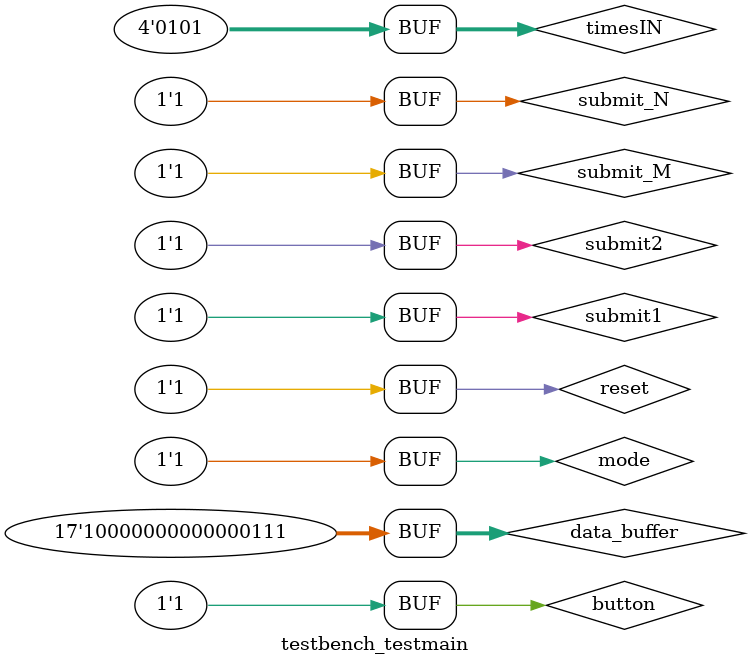
<source format=v>
module testbench_testmain();
reg mode,submit_N,submit_M,reset,submit2,submit1,button;
reg [16:0]data_buffer;
reg [3:0]timesIN;
wire [16*8:1]string;
test_main uut(mode,submit_N,submit_M,reset,timesIN,submit2,submit1,button,data_buffer,string);
initial 
begin
$monitor($time,"  timesIN = %d , databuffer = %h , submit_N = %b , submit_M = %b , reset = %b , mode = %b , string = %s ",timesIN,data_buffer,submit_N,submit_M,reset,mode,string);
mode=1;
timesIN=5;
reset=1;
submit_N=1;
submit_M=1;
submit2=1;
submit1=1;
button=1;
data_buffer=17'h10010;
#5 submit_N=0;
#6 submit1=0;
submit2=0;
#7 submit_N=1;
submit1=1;
submit2=1;
#10 data_buffer=17'h10015;
#11 submit_M=0;
submit1=0;
#12 submit_M=1;
submit1=1;
#20 data_buffer=17'h10007;
#21 submit_M=0;
submit1=0;
#22 submit_M=1;
submit1=1;

end

endmodule 
</source>
